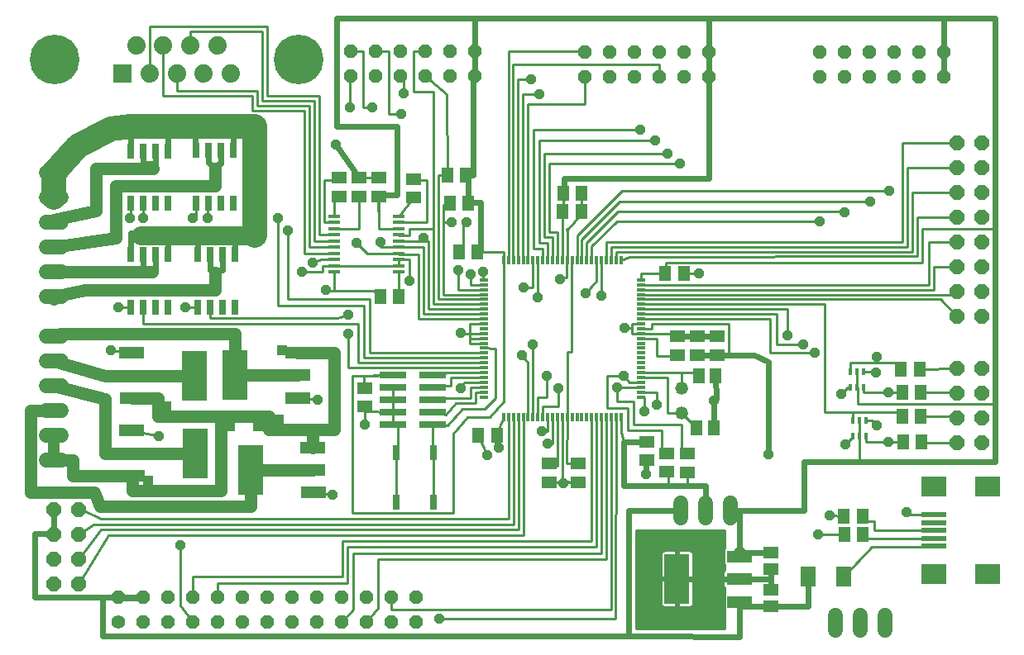
<source format=gtl>
G75*
%MOIN*%
%OFA0B0*%
%FSLAX24Y24*%
%IPPOS*%
%LPD*%
%AMOC8*
5,1,8,0,0,1.08239X$1,22.5*
%
%ADD10R,0.0472X0.1339*%
%ADD11R,0.0354X0.0118*%
%ADD12R,0.0118X0.0354*%
%ADD13R,0.1000X0.2000*%
%ADD14R,0.1000X0.0500*%
%ADD15R,0.0591X0.0512*%
%ADD16C,0.0560*%
%ADD17OC8,0.0560*%
%ADD18R,0.0512X0.0591*%
%ADD19C,0.0600*%
%ADD20R,0.0984X0.0197*%
%ADD21R,0.0984X0.0787*%
%ADD22R,0.0591X0.0827*%
%ADD23R,0.1100X0.0300*%
%ADD24OC8,0.0600*%
%ADD25R,0.0157X0.0315*%
%ADD26R,0.0250X0.0600*%
%ADD27R,0.0740X0.0740*%
%ADD28C,0.0740*%
%ADD29C,0.2000*%
%ADD30R,0.0490X0.0120*%
%ADD31R,0.0300X0.0600*%
%ADD32C,0.0520*%
%ADD33C,0.0100*%
%ADD34C,0.0240*%
%ADD35C,0.0500*%
%ADD36OC8,0.0396*%
%ADD37R,0.0396X0.0396*%
%ADD38C,0.0120*%
%ADD39C,0.1000*%
%ADD40C,0.0160*%
%ADD41C,0.0760*%
D10*
X001597Y008663D03*
D11*
X018911Y010711D03*
X018911Y010908D03*
X018911Y011105D03*
X018911Y011302D03*
X018911Y011499D03*
X018911Y011696D03*
X018911Y011892D03*
X018911Y012089D03*
X018911Y012286D03*
X018911Y012483D03*
X018911Y012680D03*
X018911Y012877D03*
X018911Y013074D03*
X018911Y013270D03*
X018911Y013467D03*
X018911Y013664D03*
X018911Y013861D03*
X018911Y014058D03*
X018911Y014255D03*
X018911Y014452D03*
X018911Y014648D03*
X018911Y014845D03*
X018911Y015042D03*
X018911Y015239D03*
X018911Y015436D03*
X025249Y015436D03*
X025249Y015239D03*
X025249Y015042D03*
X025249Y014845D03*
X025249Y014648D03*
X025249Y014452D03*
X025249Y014255D03*
X025249Y014058D03*
X025249Y013861D03*
X025249Y013664D03*
X025249Y013467D03*
X025249Y013270D03*
X025249Y013074D03*
X025249Y012877D03*
X025249Y012680D03*
X025249Y012483D03*
X025249Y012286D03*
X025249Y012089D03*
X025249Y011892D03*
X025249Y011696D03*
X025249Y011499D03*
X025249Y011302D03*
X025249Y011105D03*
X025249Y010908D03*
X025249Y010711D03*
D12*
X024442Y009904D03*
X024245Y009904D03*
X024049Y009904D03*
X023852Y009904D03*
X023655Y009904D03*
X023458Y009904D03*
X023261Y009904D03*
X023064Y009904D03*
X022867Y009904D03*
X022671Y009904D03*
X022474Y009904D03*
X022277Y009904D03*
X022080Y009904D03*
X021883Y009904D03*
X021686Y009904D03*
X021489Y009904D03*
X021293Y009904D03*
X021096Y009904D03*
X020899Y009904D03*
X020702Y009904D03*
X020505Y009904D03*
X020308Y009904D03*
X020111Y009904D03*
X019915Y009904D03*
X019718Y009904D03*
X019718Y016243D03*
X019915Y016243D03*
X020111Y016243D03*
X020308Y016243D03*
X020505Y016243D03*
X020702Y016243D03*
X020899Y016243D03*
X021096Y016243D03*
X021293Y016243D03*
X021489Y016243D03*
X021686Y016243D03*
X021883Y016243D03*
X022080Y016243D03*
X022277Y016243D03*
X022474Y016243D03*
X022671Y016243D03*
X022867Y016243D03*
X023064Y016243D03*
X023261Y016243D03*
X023458Y016243D03*
X023655Y016243D03*
X023852Y016243D03*
X024049Y016243D03*
X024245Y016243D03*
X024442Y016243D03*
D13*
X009505Y007774D03*
X007270Y008424D03*
X007255Y011569D03*
X008886Y011597D03*
X026696Y003369D03*
D14*
X029215Y003369D03*
X029215Y004273D03*
X029235Y002445D03*
X012044Y006850D03*
X012025Y007774D03*
X012025Y008678D03*
X011425Y010673D03*
X011405Y011597D03*
X011405Y012501D03*
X004716Y012493D03*
X004736Y011569D03*
X004736Y010665D03*
X004730Y009347D03*
X004750Y008424D03*
X004750Y007520D03*
D15*
X014105Y010325D03*
X014105Y011073D03*
X021556Y008018D03*
X021556Y007270D03*
X022706Y007270D03*
X022706Y008018D03*
X025475Y008153D03*
X026297Y008432D03*
X026297Y007684D03*
X027119Y007669D03*
X027119Y008417D03*
X025475Y008902D03*
X026705Y012400D03*
X026705Y013148D03*
X027505Y013148D03*
X027505Y012400D03*
X028305Y012400D03*
X028305Y013148D03*
X030499Y004416D03*
X030499Y003747D03*
X030499Y002935D03*
X030499Y002265D03*
X016071Y018760D03*
X016071Y019508D03*
X014680Y019548D03*
X014680Y018800D03*
X013880Y018800D03*
X013880Y019548D03*
X013080Y019548D03*
X013080Y018800D03*
D16*
X004180Y001617D03*
D17*
X005180Y001617D03*
X005180Y002617D03*
X004180Y002617D03*
X006180Y002617D03*
X007180Y002617D03*
X008180Y002617D03*
X009180Y002617D03*
X010180Y002617D03*
X011180Y002617D03*
X012180Y002617D03*
X013180Y002617D03*
X014180Y002617D03*
X015180Y002617D03*
X016180Y002617D03*
X016180Y001617D03*
X015180Y001617D03*
X014180Y001617D03*
X013180Y001617D03*
X012180Y001617D03*
X011180Y001617D03*
X010180Y001617D03*
X009180Y001617D03*
X008180Y001617D03*
X007180Y001617D03*
X006180Y001617D03*
X022974Y023630D03*
X023974Y023630D03*
X024974Y023630D03*
X025974Y023630D03*
X026974Y023630D03*
X027974Y023630D03*
X027974Y024630D03*
X026974Y024630D03*
X025974Y024630D03*
X024974Y024630D03*
X023974Y024630D03*
X022974Y024630D03*
X018561Y024647D03*
X017561Y024647D03*
X017561Y023647D03*
X018561Y023647D03*
X016561Y023647D03*
X015561Y023647D03*
X015561Y024647D03*
X016561Y024647D03*
X014561Y024647D03*
X013561Y024647D03*
X013561Y023647D03*
X014561Y023647D03*
X032448Y023645D03*
X033448Y023645D03*
X033448Y024645D03*
X032448Y024645D03*
X034448Y024645D03*
X035448Y024645D03*
X036448Y024645D03*
X037448Y024645D03*
X037448Y023645D03*
X036448Y023645D03*
X035448Y023645D03*
X034448Y023645D03*
D18*
X026979Y015699D03*
X026231Y015699D03*
X022840Y018181D03*
X022092Y018181D03*
X022113Y018942D03*
X022861Y018942D03*
X018654Y016549D03*
X017906Y016549D03*
X015490Y014774D03*
X014742Y014774D03*
X017542Y018539D03*
X018290Y018539D03*
X018190Y019677D03*
X017442Y019677D03*
X027598Y011574D03*
X028267Y011574D03*
X028171Y009476D03*
X027501Y009476D03*
X033429Y005909D03*
X034177Y005909D03*
X034202Y005170D03*
X033454Y005170D03*
X035806Y008899D03*
X036554Y008899D03*
X036529Y009924D03*
X035781Y009924D03*
X035781Y010899D03*
X036529Y010899D03*
X036483Y011834D03*
X035735Y011834D03*
X019437Y009169D03*
X018689Y009169D03*
D19*
X026837Y006442D02*
X026837Y005842D01*
X027837Y005842D02*
X027837Y006442D01*
X028837Y006442D02*
X028837Y005842D01*
X033080Y001899D02*
X033080Y001299D01*
X034080Y001299D02*
X034080Y001899D01*
X035080Y001899D02*
X035080Y001299D01*
X001880Y008174D02*
X001280Y008174D01*
X001280Y009174D02*
X001880Y009174D01*
X001880Y010174D02*
X001280Y010174D01*
X001280Y011174D02*
X001880Y011174D01*
X001880Y012174D02*
X001280Y012174D01*
X001280Y013174D02*
X001880Y013174D01*
X001880Y014774D02*
X001280Y014774D01*
X001280Y015774D02*
X001880Y015774D01*
X001880Y016774D02*
X001280Y016774D01*
X001280Y017774D02*
X001880Y017774D01*
X001880Y018774D02*
X001280Y018774D01*
X001280Y019774D02*
X001880Y019774D01*
D20*
X037046Y005953D03*
X037046Y005639D03*
X037046Y005324D03*
X037046Y005009D03*
X037046Y004694D03*
D21*
X037046Y003552D03*
X039211Y003552D03*
X039211Y007095D03*
X037046Y007095D03*
D22*
X033416Y003478D03*
X031998Y003478D03*
D23*
X016866Y009584D03*
X016866Y010084D03*
X016866Y010584D03*
X016866Y011084D03*
X016866Y011584D03*
X015266Y011584D03*
X015266Y011084D03*
X015266Y010584D03*
X015266Y010084D03*
X015266Y009584D03*
D24*
X002580Y006174D03*
X001580Y006174D03*
X001580Y005174D03*
X002580Y005174D03*
X002580Y004174D03*
X001580Y004174D03*
X001580Y003174D03*
X002580Y003174D03*
X037980Y008874D03*
X038980Y008874D03*
X038980Y009874D03*
X038980Y010874D03*
X038980Y011874D03*
X037980Y011874D03*
X037980Y010874D03*
X037980Y009874D03*
X037980Y013974D03*
X037980Y014974D03*
X038980Y014974D03*
X038980Y013974D03*
X038980Y015974D03*
X038980Y016974D03*
X038980Y017974D03*
X038980Y018974D03*
X037980Y018974D03*
X037980Y017974D03*
X037980Y016974D03*
X037980Y015974D03*
X037980Y019974D03*
X037980Y020974D03*
X038980Y020974D03*
X038980Y019974D03*
D25*
X034211Y011714D03*
X033955Y011714D03*
X033699Y011714D03*
X033699Y011084D03*
X033955Y011084D03*
X034211Y011084D03*
X034311Y009764D03*
X034055Y009764D03*
X033799Y009764D03*
X033799Y009134D03*
X034055Y009134D03*
X034311Y009134D03*
D26*
X008895Y014342D03*
X008395Y014342D03*
X007895Y014342D03*
X007395Y014342D03*
X006170Y014342D03*
X005670Y014342D03*
X005170Y014342D03*
X004670Y014342D03*
X004670Y016464D03*
X005170Y016464D03*
X005670Y016464D03*
X006170Y016464D03*
X007395Y016464D03*
X007895Y016464D03*
X008395Y016464D03*
X008895Y016464D03*
X008820Y018542D03*
X008320Y018542D03*
X007820Y018542D03*
X007320Y018542D03*
X006195Y018517D03*
X005695Y018517D03*
X005195Y018517D03*
X004695Y018517D03*
X004695Y020639D03*
X005195Y020639D03*
X005695Y020639D03*
X006195Y020639D03*
X007320Y020664D03*
X007820Y020664D03*
X008320Y020664D03*
X008820Y020664D03*
D27*
X004359Y023768D03*
D28*
X005449Y023768D03*
X006540Y023768D03*
X007630Y023768D03*
X008721Y023768D03*
X008174Y024886D03*
X007083Y024886D03*
X005997Y024886D03*
X004906Y024886D03*
D29*
X001619Y024327D03*
X011461Y024327D03*
D30*
X012880Y017998D03*
X012880Y017748D03*
X012880Y017498D03*
X012880Y017248D03*
X012880Y016998D03*
X012880Y016748D03*
X012880Y016498D03*
X012880Y016248D03*
X012880Y015998D03*
X012880Y015748D03*
X015480Y015748D03*
X015480Y015998D03*
X015480Y016248D03*
X015480Y016498D03*
X015480Y016748D03*
X015480Y016998D03*
X015480Y017248D03*
X015480Y017498D03*
X015480Y017748D03*
X015480Y017998D03*
D31*
X015400Y008475D03*
X016900Y008475D03*
X016900Y006475D03*
X015400Y006475D03*
D32*
X026873Y010052D03*
X026873Y011052D03*
D33*
X026873Y011696D01*
X027598Y011696D01*
X027598Y011574D01*
X026873Y011696D02*
X025249Y011696D01*
X025249Y011499D02*
X026311Y011499D01*
X026311Y010052D01*
X026873Y010052D01*
X026873Y009607D02*
X024944Y009607D01*
X024944Y010513D01*
X024274Y010513D01*
X024274Y011103D01*
X025249Y011105D01*
X025249Y010908D02*
X025889Y010907D01*
X025889Y010395D01*
X025377Y010119D02*
X025377Y010711D01*
X025249Y010711D01*
X024708Y010277D02*
X023881Y010277D01*
X023881Y011576D01*
X024550Y011576D01*
X024786Y011300D01*
X025249Y011302D01*
X024708Y010277D02*
X024708Y009371D01*
X026086Y009371D01*
X026086Y008432D01*
X026297Y008432D01*
X026873Y008417D02*
X026873Y009607D01*
X026873Y008417D02*
X027119Y008417D01*
X026361Y007684D02*
X026297Y007684D01*
X026361Y007684D02*
X026361Y007146D01*
X027109Y007146D02*
X027109Y007669D01*
X027119Y007669D01*
X024550Y008902D02*
X024442Y009295D01*
X024442Y009904D01*
X024245Y009904D02*
X024235Y002009D01*
X024235Y001773D01*
X017109Y001773D01*
X015180Y002127D02*
X015180Y002617D01*
X014668Y002206D02*
X014180Y001617D01*
X013645Y002127D02*
X013180Y001617D01*
X013645Y002127D02*
X013645Y004411D01*
X023645Y004411D01*
X023655Y009904D01*
X023852Y009904D02*
X023841Y004174D01*
X014668Y004174D01*
X014668Y002206D01*
X015180Y002127D02*
X024038Y002127D01*
X024049Y009904D01*
X023458Y009904D02*
X023448Y004647D01*
X013408Y004647D01*
X013408Y003190D01*
X008172Y003190D01*
X008180Y002617D01*
X007180Y002617D02*
X007188Y003466D01*
X013211Y003466D01*
X013211Y004883D01*
X023251Y004883D01*
X023261Y009904D01*
X022277Y009904D02*
X022267Y008033D01*
X022706Y008018D01*
X021873Y007915D02*
X021556Y008018D01*
X021873Y007915D02*
X021883Y009904D01*
X021686Y009904D02*
X021676Y008820D01*
X021479Y008820D01*
X021479Y009332D02*
X021243Y009332D01*
X021479Y009332D02*
X021489Y009904D01*
X021293Y009904D02*
X021282Y010316D01*
X021912Y010316D01*
X021912Y011064D01*
X021440Y010710D02*
X021440Y011576D01*
X020889Y012127D02*
X020899Y009904D01*
X021096Y009904D02*
X021086Y010710D01*
X021440Y010710D01*
X022080Y009904D02*
X022070Y007245D01*
X022030Y007285D01*
X022706Y007270D01*
X022109Y007270D01*
X022109Y007245D01*
X022109Y007270D02*
X021556Y007270D01*
X019915Y005789D02*
X019915Y009904D01*
X020111Y009904D02*
X020111Y005567D01*
X003171Y005567D01*
X002580Y005174D01*
X003487Y005355D02*
X020308Y005355D01*
X020308Y009904D01*
X020505Y009904D02*
X020505Y005119D01*
X003802Y005119D01*
X002580Y003174D01*
X002581Y004174D02*
X003487Y005355D01*
X003487Y005789D02*
X019915Y005789D01*
X017700Y006025D02*
X017700Y009214D01*
X018251Y009883D01*
X019156Y009883D01*
X019708Y010513D01*
X019718Y016243D01*
X019718Y016549D01*
X018654Y016549D01*
X018093Y016655D02*
X017906Y016655D01*
X017906Y016549D01*
X018093Y016655D02*
X018093Y017757D01*
X018211Y017757D01*
X017621Y017757D02*
X017280Y017757D01*
X017280Y017796D01*
X017280Y018474D01*
X017542Y018474D01*
X017542Y018539D01*
X017280Y017757D02*
X017280Y014845D01*
X018911Y014845D01*
X018911Y014648D02*
X017080Y014648D01*
X017080Y019674D01*
X017442Y019674D01*
X017442Y019677D01*
X017427Y022944D01*
X016561Y023647D01*
X016880Y023033D02*
X016086Y023033D01*
X016086Y024647D01*
X016561Y024647D01*
X015692Y023647D02*
X015692Y022954D01*
X015574Y022127D02*
X015101Y022127D01*
X015101Y024647D01*
X014561Y024647D01*
X014038Y024647D02*
X014038Y022403D01*
X014432Y022403D01*
X013526Y022403D02*
X013526Y023568D01*
X013561Y023647D01*
X013561Y024647D02*
X014038Y024647D01*
X015561Y023647D02*
X015692Y023647D01*
X016880Y023033D02*
X016880Y017481D01*
X015928Y017481D01*
X015928Y017245D01*
X015480Y017245D01*
X015480Y017248D01*
X015480Y016998D02*
X016519Y016998D01*
X016519Y017285D01*
X016479Y017127D01*
X016519Y016998D02*
X016680Y016998D01*
X016680Y014255D01*
X018911Y014255D01*
X018911Y014452D02*
X016880Y014452D01*
X016880Y017481D01*
X016610Y017748D02*
X016610Y019474D01*
X016307Y019474D01*
X016071Y019508D01*
X016071Y018760D02*
X015480Y017998D01*
X015480Y017748D02*
X016610Y017748D01*
X016480Y016748D02*
X015480Y016748D01*
X014747Y016748D01*
X014747Y016970D01*
X014680Y017498D02*
X014668Y018859D01*
X014680Y018800D02*
X014680Y017498D01*
X015480Y017498D01*
X016480Y016748D02*
X016480Y014058D01*
X018911Y014058D01*
X018911Y013861D02*
X016280Y013861D01*
X016280Y016474D01*
X015480Y016474D01*
X015480Y016497D01*
X014235Y016497D01*
X013802Y016930D01*
X013880Y017498D02*
X013880Y018800D01*
X013880Y019548D02*
X014680Y019548D01*
X013080Y019548D02*
X013080Y019474D01*
X012480Y019474D01*
X012480Y017748D01*
X012880Y017748D01*
X012880Y017498D02*
X013880Y017498D01*
X012880Y017248D02*
X012280Y017248D01*
X012280Y022874D01*
X010180Y022874D01*
X010180Y025674D01*
X005449Y025674D01*
X005449Y023768D01*
X005997Y022874D02*
X005997Y024886D01*
X007083Y024886D02*
X007083Y025474D01*
X009980Y025474D01*
X009980Y022674D01*
X012080Y022674D01*
X012080Y016998D01*
X012880Y016998D01*
X012880Y016748D02*
X011880Y016748D01*
X011880Y022474D01*
X009780Y022474D01*
X009780Y023074D01*
X006540Y023074D01*
X006540Y023768D01*
X005997Y022874D02*
X009580Y022874D01*
X009580Y022274D01*
X011680Y022274D01*
X011680Y016498D01*
X012880Y016498D01*
X012880Y016248D02*
X012345Y016248D01*
X012030Y016143D01*
X012424Y015985D02*
X012424Y015749D01*
X011597Y015749D01*
X012424Y015985D02*
X012880Y015985D01*
X012880Y015998D01*
X015480Y015998D01*
X015480Y016248D01*
X015928Y016248D01*
X015928Y015395D01*
X015480Y015748D02*
X015480Y014774D01*
X015490Y014774D01*
X014742Y014774D02*
X014471Y015001D01*
X012897Y015001D01*
X012542Y015001D01*
X012542Y015040D01*
X012897Y015001D02*
X012880Y015748D01*
X014314Y014647D02*
X011007Y014647D01*
X011007Y017442D01*
X010613Y017915D02*
X010613Y014411D01*
X014078Y014411D01*
X014078Y012285D01*
X018911Y012285D01*
X018911Y012286D01*
X018911Y012089D02*
X018911Y012088D01*
X013841Y012088D01*
X013841Y013663D01*
X005180Y013663D01*
X005180Y014342D01*
X005170Y014342D01*
X004670Y014342D02*
X004660Y014332D01*
X004196Y014332D01*
X003881Y012600D02*
X004716Y012493D01*
X006873Y014332D02*
X006883Y014342D01*
X007395Y014342D01*
X007895Y014342D02*
X007897Y014342D01*
X007897Y013899D01*
X013015Y013899D01*
X013448Y014017D01*
X013448Y013269D02*
X013448Y011891D01*
X018911Y011891D01*
X018911Y011892D01*
X018911Y011696D02*
X017380Y011696D01*
X017380Y011674D01*
X016905Y011674D01*
X016866Y011584D01*
X016905Y011174D02*
X016866Y011084D01*
X016905Y011174D02*
X017601Y011174D01*
X017601Y011499D01*
X018911Y011499D01*
X018911Y011302D02*
X018133Y011300D01*
X017975Y011064D01*
X018380Y011105D02*
X018380Y010674D01*
X016905Y010674D01*
X016866Y010584D01*
X016905Y010174D02*
X016866Y010084D01*
X017385Y010001D01*
X017780Y010474D01*
X018580Y010474D01*
X018580Y010908D01*
X018911Y010908D01*
X018911Y011105D02*
X018380Y011105D01*
X018960Y010237D02*
X019393Y010670D01*
X019393Y012678D01*
X018911Y012680D01*
X018911Y012877D02*
X018369Y012877D01*
X018369Y013074D01*
X018369Y013270D01*
X017975Y013270D01*
X017975Y013308D01*
X018369Y013270D02*
X018369Y013663D01*
X018911Y013663D01*
X018911Y013664D01*
X018911Y013270D02*
X018369Y013270D01*
X018369Y013074D02*
X018911Y013074D01*
X018911Y012483D02*
X014904Y012483D01*
X014747Y012481D01*
X014314Y012481D01*
X014314Y014647D01*
X015480Y016497D02*
X015480Y016498D01*
X017880Y015846D02*
X017880Y015042D01*
X018911Y015042D01*
X018911Y015239D02*
X018380Y015239D01*
X018380Y015674D01*
X018880Y015774D02*
X018880Y015436D01*
X018911Y015436D01*
X019904Y016243D02*
X019904Y024647D01*
X022974Y024647D01*
X022974Y024630D01*
X022974Y023630D02*
X022974Y022521D01*
X020692Y022521D01*
X020692Y016243D01*
X020702Y016243D01*
X020505Y016243D02*
X020495Y016243D01*
X020495Y022915D01*
X021164Y022915D01*
X020810Y023544D02*
X020298Y023544D01*
X020298Y016243D01*
X020308Y016243D01*
X020111Y016243D02*
X020101Y016243D01*
X020101Y024135D01*
X025974Y024135D01*
X025974Y023630D01*
X025219Y021497D02*
X020928Y021497D01*
X020928Y016694D01*
X021293Y016694D01*
X021293Y016243D01*
X021489Y016243D02*
X021489Y016930D01*
X021164Y016930D01*
X021164Y021064D01*
X025810Y021064D01*
X026322Y020513D02*
X021361Y020513D01*
X021361Y017166D01*
X021686Y017166D01*
X021686Y016243D01*
X021883Y016243D02*
X021883Y017363D01*
X021558Y017363D01*
X021558Y020119D01*
X026834Y020119D01*
X024471Y019017D02*
X035259Y019017D01*
X034471Y018584D02*
X024393Y018584D01*
X022867Y017059D01*
X022867Y016243D01*
X023054Y016243D02*
X023054Y016930D01*
X024314Y018190D01*
X033408Y018190D01*
X033448Y018151D01*
X032463Y017796D02*
X024274Y017796D01*
X023261Y016783D01*
X023261Y016243D01*
X023064Y016243D02*
X023054Y016243D01*
X022671Y016243D02*
X022671Y017216D01*
X024471Y019017D01*
X022861Y018942D02*
X022861Y018142D01*
X022840Y018181D01*
X022778Y018024D01*
X022306Y017481D01*
X022267Y017481D01*
X022267Y017442D01*
X022277Y017442D01*
X022277Y016243D01*
X022267Y016243D01*
X022267Y015513D01*
X021991Y015513D01*
X021991Y015474D01*
X022080Y016243D02*
X022080Y018024D01*
X022092Y018181D01*
X022113Y018220D01*
X022113Y018942D01*
X023852Y016974D02*
X035780Y016974D01*
X035780Y020974D01*
X037980Y020974D01*
X037980Y019974D02*
X035980Y019974D01*
X035980Y016774D01*
X024049Y016774D01*
X024049Y016243D01*
X024245Y016243D02*
X024245Y016574D01*
X036180Y016574D01*
X036180Y018974D01*
X037980Y018974D01*
X037980Y017974D02*
X036371Y017974D01*
X036371Y016400D01*
X024786Y016379D01*
X024442Y016243D01*
X023852Y016243D02*
X023852Y016974D01*
X023655Y016243D02*
X023645Y014804D01*
X023448Y015395D02*
X023015Y014883D01*
X023448Y015395D02*
X023458Y016243D01*
X022474Y016243D02*
X022463Y016243D01*
X022463Y012521D01*
X022277Y012521D01*
X022277Y009904D01*
X020702Y009904D02*
X020692Y012088D01*
X020456Y012403D01*
X020889Y012127D02*
X020889Y012836D01*
X021086Y014726D02*
X021096Y014726D01*
X021096Y016243D01*
X020899Y016243D02*
X020899Y015119D01*
X020534Y015119D01*
X019915Y016243D02*
X019904Y016243D01*
X024589Y013505D02*
X024880Y013505D01*
X024880Y013674D01*
X025249Y013674D01*
X025249Y013664D01*
X025249Y013467D02*
X025680Y013467D01*
X025680Y013674D01*
X028780Y013674D01*
X028780Y012474D01*
X028305Y012474D01*
X028305Y012400D01*
X026705Y012374D02*
X026705Y012400D01*
X026705Y012374D02*
X025880Y012374D01*
X025880Y013074D01*
X025249Y013074D01*
X025249Y013270D02*
X024880Y013270D01*
X024880Y013505D01*
X025249Y013270D02*
X026705Y013270D01*
X026705Y013148D01*
X025249Y013861D02*
X030456Y013859D01*
X030456Y012481D01*
X032267Y012481D01*
X031794Y012836D02*
X030731Y012836D01*
X030731Y014056D01*
X025249Y014058D01*
X025249Y014255D02*
X031164Y014253D01*
X031164Y013190D01*
X032660Y014450D02*
X032660Y010080D01*
X033802Y010080D01*
X035781Y010080D01*
X035781Y009924D01*
X036529Y009924D02*
X037980Y009924D01*
X037980Y009874D01*
X037980Y010874D02*
X037980Y010899D01*
X036529Y010899D01*
X035781Y010899D02*
X035219Y010899D01*
X035141Y010899D01*
X034211Y010899D01*
X034211Y011084D01*
X033999Y011084D02*
X033999Y010434D01*
X039511Y010434D01*
X037980Y011874D02*
X036483Y011834D01*
X035735Y011834D02*
X035656Y012088D01*
X034747Y012088D01*
X034747Y012324D01*
X034747Y012088D02*
X033684Y012088D01*
X033684Y011714D01*
X033699Y011714D01*
X033955Y011714D02*
X033955Y011084D01*
X033999Y011084D01*
X033699Y011084D02*
X033585Y011084D01*
X033330Y010828D01*
X033802Y010080D02*
X033802Y009764D01*
X033799Y009764D01*
X034055Y009764D02*
X034055Y009134D01*
X034038Y009134D01*
X034038Y008111D01*
X034311Y008899D02*
X034311Y009134D01*
X034311Y008899D02*
X035219Y008899D01*
X035806Y008899D01*
X036554Y008899D02*
X036580Y008899D01*
X036580Y008874D01*
X037980Y008874D01*
X034747Y009568D02*
X034551Y009764D01*
X034311Y009764D01*
X033799Y009134D02*
X033799Y009093D01*
X033487Y008781D01*
X033429Y005909D02*
X032857Y005946D01*
X032385Y005159D02*
X033454Y005170D01*
X034202Y005170D02*
X034202Y005009D01*
X037046Y005009D01*
X037046Y005324D02*
X034668Y005324D01*
X034668Y005710D01*
X034177Y005710D01*
X034177Y005909D01*
X034550Y004647D02*
X033416Y003478D01*
X033408Y003478D01*
X034550Y004647D02*
X037046Y004647D01*
X037046Y004694D01*
X037046Y005953D02*
X035967Y005953D01*
X035967Y006064D01*
X028605Y005316D02*
X028605Y004582D01*
X028595Y004572D01*
X028595Y003973D01*
X028605Y003963D01*
X028605Y003721D01*
X028595Y003711D01*
X028576Y003677D01*
X028565Y003638D01*
X028565Y003419D01*
X028605Y003419D01*
X028605Y003319D01*
X028565Y003319D01*
X028565Y003099D01*
X028576Y003061D01*
X028595Y003027D01*
X028605Y003017D01*
X028605Y001379D01*
X025062Y001379D01*
X025062Y005316D01*
X028605Y005316D01*
X028605Y005300D02*
X025062Y005300D01*
X025062Y005202D02*
X028605Y005202D01*
X028605Y005103D02*
X025062Y005103D01*
X025062Y005005D02*
X028605Y005005D01*
X028605Y004906D02*
X025062Y004906D01*
X025062Y004808D02*
X028605Y004808D01*
X028605Y004709D02*
X025062Y004709D01*
X025062Y004611D02*
X028605Y004611D01*
X028595Y004512D02*
X027240Y004512D01*
X027254Y004508D02*
X027215Y004519D01*
X026746Y004519D01*
X026746Y003419D01*
X026646Y003419D01*
X026646Y004519D01*
X026176Y004519D01*
X026138Y004508D01*
X026104Y004489D01*
X026076Y004461D01*
X026056Y004427D01*
X026046Y004388D01*
X026046Y003419D01*
X026646Y003419D01*
X026646Y003319D01*
X026046Y003319D01*
X026046Y002349D01*
X026056Y002311D01*
X026076Y002277D01*
X026104Y002249D01*
X026138Y002229D01*
X026176Y002219D01*
X026646Y002219D01*
X026646Y003319D01*
X026746Y003319D01*
X026746Y003419D01*
X027346Y003419D01*
X027346Y004388D01*
X027336Y004427D01*
X027316Y004461D01*
X027288Y004489D01*
X027254Y004508D01*
X027339Y004414D02*
X028595Y004414D01*
X028595Y004315D02*
X027346Y004315D01*
X027346Y004217D02*
X028595Y004217D01*
X028595Y004118D02*
X027346Y004118D01*
X027346Y004020D02*
X028595Y004020D01*
X028605Y003921D02*
X027346Y003921D01*
X027346Y003823D02*
X028605Y003823D01*
X028605Y003724D02*
X027346Y003724D01*
X027346Y003626D02*
X028565Y003626D01*
X028565Y003527D02*
X027346Y003527D01*
X027346Y003429D02*
X028565Y003429D01*
X028605Y003330D02*
X026746Y003330D01*
X026746Y003319D02*
X027346Y003319D01*
X027346Y002349D01*
X027336Y002311D01*
X027316Y002277D01*
X027288Y002249D01*
X027254Y002229D01*
X027215Y002219D01*
X026746Y002219D01*
X026746Y003319D01*
X026746Y003232D02*
X026646Y003232D01*
X026646Y003330D02*
X025062Y003330D01*
X025062Y003232D02*
X026046Y003232D01*
X026046Y003133D02*
X025062Y003133D01*
X025062Y003035D02*
X026046Y003035D01*
X026046Y002936D02*
X025062Y002936D01*
X025062Y002838D02*
X026046Y002838D01*
X026046Y002739D02*
X025062Y002739D01*
X025062Y002641D02*
X026046Y002641D01*
X026046Y002542D02*
X025062Y002542D01*
X025062Y002444D02*
X026046Y002444D01*
X026047Y002345D02*
X025062Y002345D01*
X025062Y002247D02*
X026107Y002247D01*
X026646Y002247D02*
X026746Y002247D01*
X026746Y002345D02*
X026646Y002345D01*
X026646Y002444D02*
X026746Y002444D01*
X026746Y002542D02*
X026646Y002542D01*
X026646Y002641D02*
X026746Y002641D01*
X026746Y002739D02*
X026646Y002739D01*
X026646Y002838D02*
X026746Y002838D01*
X026746Y002936D02*
X026646Y002936D01*
X026646Y003035D02*
X026746Y003035D01*
X026746Y003133D02*
X026646Y003133D01*
X026646Y003429D02*
X026746Y003429D01*
X026746Y003527D02*
X026646Y003527D01*
X026646Y003626D02*
X026746Y003626D01*
X026746Y003724D02*
X026646Y003724D01*
X026646Y003823D02*
X026746Y003823D01*
X026746Y003921D02*
X026646Y003921D01*
X026646Y004020D02*
X026746Y004020D01*
X026746Y004118D02*
X026646Y004118D01*
X026646Y004217D02*
X026746Y004217D01*
X026746Y004315D02*
X026646Y004315D01*
X026646Y004414D02*
X026746Y004414D01*
X026746Y004512D02*
X026646Y004512D01*
X026151Y004512D02*
X025062Y004512D01*
X025062Y004414D02*
X026052Y004414D01*
X026046Y004315D02*
X025062Y004315D01*
X025062Y004217D02*
X026046Y004217D01*
X026046Y004118D02*
X025062Y004118D01*
X025062Y004020D02*
X026046Y004020D01*
X026046Y003921D02*
X025062Y003921D01*
X025062Y003823D02*
X026046Y003823D01*
X026046Y003724D02*
X025062Y003724D01*
X025062Y003626D02*
X026046Y003626D01*
X026046Y003527D02*
X025062Y003527D01*
X025062Y003429D02*
X026046Y003429D01*
X027346Y003232D02*
X028565Y003232D01*
X028565Y003133D02*
X027346Y003133D01*
X027346Y003035D02*
X028591Y003035D01*
X028605Y002936D02*
X027346Y002936D01*
X027346Y002838D02*
X028605Y002838D01*
X028605Y002739D02*
X027346Y002739D01*
X027346Y002641D02*
X028605Y002641D01*
X028605Y002542D02*
X027346Y002542D01*
X027346Y002444D02*
X028605Y002444D01*
X028605Y002345D02*
X027345Y002345D01*
X027284Y002247D02*
X028605Y002247D01*
X028605Y002148D02*
X025062Y002148D01*
X025062Y002050D02*
X028605Y002050D01*
X028605Y001951D02*
X025062Y001951D01*
X025062Y001853D02*
X028605Y001853D01*
X028605Y001754D02*
X025062Y001754D01*
X025062Y001656D02*
X028605Y001656D01*
X028605Y001557D02*
X025062Y001557D01*
X025062Y001459D02*
X028605Y001459D01*
X019038Y008348D02*
X018689Y009169D01*
X019393Y009135D02*
X019437Y009169D01*
X019393Y009135D02*
X019718Y009904D01*
X018960Y010237D02*
X018054Y010237D01*
X017461Y009572D01*
X016866Y009584D01*
X016866Y008475D01*
X016900Y008475D01*
X016900Y006475D01*
X017700Y006025D02*
X013605Y006025D01*
X013605Y011576D01*
X015266Y011584D01*
X014078Y011576D01*
X014105Y011073D01*
X014105Y010325D02*
X014105Y010124D01*
X014105Y009619D01*
X014117Y009607D01*
X014105Y010124D02*
X015266Y010084D01*
X015266Y009584D01*
X015266Y009529D01*
X015456Y009529D01*
X015456Y008475D01*
X015400Y008475D01*
X015400Y006475D01*
X012818Y006773D02*
X012044Y006850D01*
X015266Y010084D02*
X015266Y010584D01*
X015266Y011084D01*
X016991Y009529D02*
X017461Y009572D01*
X012227Y010592D02*
X011425Y010673D01*
X005810Y009135D02*
X004730Y009347D01*
X002708Y006174D02*
X003487Y005789D01*
X002708Y006174D02*
X002580Y006174D01*
X002580Y004174D02*
X002581Y004174D01*
X006676Y004726D02*
X006676Y002285D01*
X007180Y001617D01*
X025249Y014452D02*
X032660Y014450D01*
X034211Y011714D02*
X034688Y011714D01*
X034708Y011694D01*
X037305Y014648D02*
X037980Y013974D01*
X037305Y014648D02*
X025249Y014648D01*
X025249Y014845D02*
X037852Y014845D01*
X037980Y014974D01*
X037049Y015042D02*
X037049Y015974D01*
X037980Y015974D01*
X037980Y016974D02*
X036859Y016974D01*
X036859Y015239D01*
X025249Y015239D01*
X025249Y015436D02*
X025249Y015699D01*
X026243Y015710D01*
X026243Y016143D01*
X036597Y016143D01*
X036597Y017481D01*
X039511Y017481D01*
X037049Y015042D02*
X025249Y015042D01*
X025249Y015699D02*
X026231Y015699D01*
X026979Y015710D02*
X026979Y015699D01*
X026979Y015710D02*
X027582Y015710D01*
X013080Y018800D02*
X012880Y018698D01*
X012880Y017998D01*
X007795Y017928D02*
X007795Y018542D01*
X007820Y018542D01*
X007320Y018542D02*
X007320Y018047D01*
X007188Y017915D01*
X005195Y017928D02*
X005195Y018517D01*
X004695Y018517D02*
X004695Y017941D01*
X004668Y017915D01*
D34*
X000810Y005198D02*
X000810Y002617D01*
X003566Y002617D01*
X003566Y001064D01*
X024747Y001064D01*
X024747Y006142D01*
X026837Y006142D01*
X027837Y006142D02*
X027838Y007146D01*
X027109Y007146D01*
X026361Y007146D01*
X024550Y007146D01*
X024550Y008902D01*
X025475Y008902D01*
X025475Y008153D02*
X025456Y008153D01*
X025456Y007600D01*
X028171Y009476D02*
X028171Y010354D01*
X028290Y010629D02*
X028267Y011574D01*
X028305Y012400D02*
X027505Y012400D01*
X027505Y013148D02*
X026705Y013148D01*
X027505Y013148D02*
X028305Y013148D01*
X028305Y012400D02*
X029826Y012403D01*
X030377Y012127D01*
X030377Y008387D01*
X031834Y008111D02*
X034038Y008111D01*
X039511Y008111D01*
X039511Y010434D01*
X039511Y017481D01*
X039511Y025985D01*
X037448Y025985D01*
X027975Y025985D01*
X018561Y025985D01*
X012975Y025985D01*
X012975Y021615D01*
X015416Y021615D01*
X015416Y018859D01*
X014668Y018859D01*
X013880Y019548D02*
X012936Y020907D01*
X008820Y020664D02*
X008820Y021528D01*
X008320Y020664D02*
X008320Y020128D01*
X007995Y020028D01*
X008045Y019978D01*
X007820Y020178D01*
X007820Y020664D01*
X007320Y020664D02*
X007295Y020664D01*
X007295Y021628D01*
X006195Y021628D02*
X006195Y020639D01*
X005695Y020639D02*
X005695Y020128D01*
X005195Y020128D01*
X005195Y019928D01*
X005195Y020128D02*
X005195Y020639D01*
X004695Y020639D02*
X004695Y021628D01*
X005695Y020728D02*
X005695Y020639D01*
X008045Y019978D02*
X008095Y019928D01*
X007395Y017228D02*
X007395Y016464D01*
X007895Y016464D02*
X007895Y015828D01*
X008095Y015728D01*
X008095Y015828D01*
X008395Y015828D01*
X008395Y016464D01*
X008895Y016464D02*
X008895Y017228D01*
X006195Y017228D02*
X006195Y016464D01*
X006170Y016464D01*
X005670Y016464D02*
X005670Y015728D01*
X005298Y015767D01*
X005170Y015728D02*
X005513Y015767D01*
X005170Y015728D02*
X005170Y016464D01*
X004670Y016464D02*
X004670Y017328D01*
X005095Y017228D01*
X018190Y019674D02*
X018190Y019677D01*
X018290Y019677D01*
X018290Y018539D01*
X018290Y018574D01*
X018780Y018574D01*
X018780Y016549D01*
X018654Y016549D01*
X022149Y018745D02*
X022113Y018942D01*
X022149Y018745D02*
X022149Y019529D01*
X027974Y019529D01*
X027974Y023630D01*
X027974Y024630D01*
X027975Y024630D01*
X027975Y025985D01*
X037448Y025985D02*
X037448Y024645D01*
X037448Y023645D01*
X018561Y023647D02*
X018480Y023647D01*
X018480Y019674D01*
X018190Y019674D01*
X018561Y023647D02*
X018561Y024647D01*
X018561Y025985D01*
X019393Y009135D02*
X019511Y008663D01*
X026696Y003369D02*
X029078Y003369D01*
X029078Y003387D01*
X029215Y003387D01*
X029215Y003369D01*
X029215Y003348D01*
X030499Y003348D01*
X030499Y002935D01*
X030499Y003348D02*
X030499Y003747D01*
X030499Y004416D02*
X029215Y004416D01*
X029215Y004273D01*
X029235Y004411D02*
X029235Y006142D01*
X031834Y006142D01*
X031834Y008111D01*
X029235Y006142D02*
X028837Y006142D01*
X031998Y003478D02*
X031998Y002265D01*
X030499Y002265D01*
X029239Y002266D01*
X029235Y002445D01*
X029235Y001046D01*
X025456Y001064D01*
X024747Y001064D01*
X005180Y002617D02*
X005141Y002600D01*
X004235Y002600D01*
X004944Y002617D01*
X004180Y002617D01*
X003566Y002617D01*
X001580Y005174D02*
X001580Y005198D01*
X000810Y005198D01*
X001580Y005174D02*
X001580Y006174D01*
D35*
X000652Y006852D02*
X003211Y006852D01*
X003448Y006300D01*
X009511Y006300D01*
X009505Y007774D01*
X012025Y007774D01*
X012025Y008678D02*
X012030Y009408D01*
X010259Y009411D01*
X010259Y009922D01*
X008330Y009922D01*
X008330Y006930D01*
X004747Y006930D01*
X004747Y007403D01*
X004750Y007520D01*
X003881Y007521D01*
X002345Y007521D01*
X002345Y008151D01*
X001580Y008174D01*
X000652Y006852D02*
X000652Y010159D01*
X001580Y010174D01*
X001580Y011174D02*
X003645Y010631D01*
X003645Y008426D01*
X004944Y008424D01*
X004750Y008424D01*
X004944Y008424D02*
X007270Y008424D01*
X008330Y009922D02*
X005771Y009922D01*
X005771Y010670D01*
X004736Y010665D01*
X004736Y011569D02*
X003645Y011576D01*
X001580Y012174D01*
X001580Y013174D02*
X001850Y013252D01*
X003881Y013269D01*
X008886Y013269D01*
X008886Y011597D01*
X011405Y011597D01*
X011405Y012501D02*
X012897Y012481D01*
X012897Y009411D01*
X012030Y009408D01*
X007255Y011569D02*
X004736Y011569D01*
X001580Y014674D02*
X001580Y014774D01*
X002857Y015040D01*
X002857Y015028D01*
X008095Y015028D01*
X008095Y015728D01*
X005557Y015767D02*
X005513Y015767D01*
X005298Y015767D01*
X005557Y015774D02*
X005557Y015767D01*
X005557Y015774D02*
X001580Y015774D01*
X001580Y016774D02*
X004095Y017128D01*
X004095Y019228D01*
X008095Y019228D01*
X008095Y019928D01*
X005595Y019928D02*
X005195Y019928D01*
X003295Y019928D01*
X003295Y018228D01*
X001580Y017874D01*
X001580Y017774D01*
X029215Y004416D02*
X029235Y004411D01*
D36*
X028251Y004489D03*
X028251Y003977D03*
X028251Y002875D03*
X028251Y002285D03*
X028251Y001733D03*
X027660Y001733D03*
X027030Y001733D03*
X026400Y001733D03*
X025849Y001733D03*
X025298Y001733D03*
X025298Y002324D03*
X025298Y002915D03*
X025298Y003466D03*
X025298Y004017D03*
X025298Y004568D03*
X025298Y005080D03*
X025889Y005080D03*
X026479Y005080D03*
X027070Y005080D03*
X027660Y005080D03*
X028251Y005080D03*
X026715Y003977D03*
X026715Y003387D03*
X026755Y002757D03*
X032385Y005159D03*
X032857Y005946D03*
X035967Y006064D03*
X035219Y008899D03*
X034747Y009568D03*
X033487Y008781D03*
X033330Y010828D03*
X034708Y011694D03*
X034747Y012324D03*
X035219Y010899D03*
X032267Y012481D03*
X031794Y012836D03*
X031164Y013190D03*
X028172Y010552D03*
X025889Y010395D03*
X025377Y010119D03*
X024274Y011103D03*
X024550Y011576D03*
X021912Y011064D03*
X021440Y011576D03*
X020456Y012403D03*
X020889Y012836D03*
X021086Y014726D03*
X020534Y015119D03*
X021991Y015474D03*
X023015Y014883D03*
X023645Y014804D03*
X024589Y013505D03*
X027582Y015710D03*
X032463Y017796D03*
X033448Y018151D03*
X034471Y018584D03*
X035259Y019017D03*
X026834Y020119D03*
X026322Y020513D03*
X025810Y021064D03*
X025219Y021497D03*
X021164Y022915D03*
X020810Y023544D03*
X015692Y022954D03*
X015574Y022127D03*
X014432Y022403D03*
X013526Y022403D03*
X012936Y020907D03*
X010613Y017915D03*
X011007Y017442D03*
X012030Y016143D03*
X011597Y015749D03*
X012542Y015040D03*
X013448Y014017D03*
X013448Y013269D03*
X015928Y015395D03*
X016479Y017127D03*
X017621Y017757D03*
X018211Y017757D03*
X017880Y015846D03*
X018380Y015674D03*
X018880Y015774D03*
X017975Y013308D03*
X017975Y011064D03*
X019511Y008663D03*
X019038Y008348D03*
X021243Y009332D03*
X021479Y008820D03*
X022109Y007245D03*
X025456Y007600D03*
X030377Y008387D03*
X017109Y001773D03*
X012818Y006773D03*
X014117Y009607D03*
X012227Y010592D03*
X006873Y014332D03*
X004196Y014332D03*
X003881Y012600D03*
X005810Y009135D03*
X006676Y004726D03*
X013802Y016930D03*
X014747Y016970D03*
X007795Y017928D03*
X007188Y017915D03*
X005195Y017928D03*
X004668Y017915D03*
D37*
X010771Y012600D03*
X010652Y009804D03*
X009826Y009529D03*
X008684Y009529D03*
X006125Y010316D03*
X005377Y007324D03*
D38*
X026873Y010052D02*
X027070Y009868D01*
X027501Y009476D01*
X028171Y010354D02*
X028172Y010552D01*
X028290Y010629D01*
D39*
X009695Y017228D02*
X009695Y021628D01*
X008795Y021628D01*
X007295Y021628D01*
X006195Y021628D01*
X004695Y021628D01*
X003895Y021528D01*
X002553Y020837D01*
X001580Y019774D01*
X001580Y018774D01*
D40*
X008820Y021528D02*
X008795Y021628D01*
D41*
X008895Y017228D02*
X007395Y017228D01*
X006195Y017228D01*
X005095Y017228D01*
X008895Y017228D02*
X009695Y017228D01*
M02*

</source>
